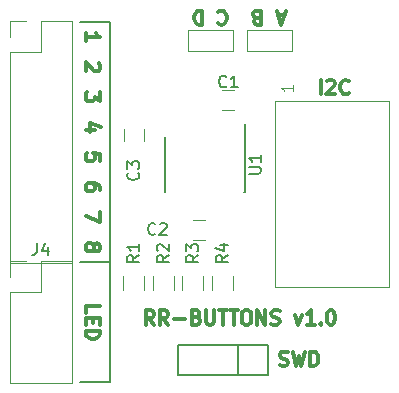
<source format=gbr>
G04 #@! TF.FileFunction,Legend,Top*
%FSLAX46Y46*%
G04 Gerber Fmt 4.6, Leading zero omitted, Abs format (unit mm)*
G04 Created by KiCad (PCBNEW 4.0.7-e2-6376~58~ubuntu16.04.1) date Mon Jan  7 01:20:08 2019*
%MOMM*%
%LPD*%
G01*
G04 APERTURE LIST*
%ADD10C,0.100000*%
%ADD11C,0.200000*%
%ADD12C,0.300000*%
%ADD13C,0.120000*%
%ADD14C,0.150000*%
G04 APERTURE END LIST*
D10*
D11*
X171450000Y-121920000D02*
X168910000Y-121920000D01*
X171450000Y-111760000D02*
X171450000Y-121920000D01*
X171450000Y-111760000D02*
X168910000Y-111760000D01*
X171450000Y-91440000D02*
X171450000Y-111760000D01*
X168910000Y-91440000D02*
X171450000Y-91440000D01*
D12*
X169437143Y-116068572D02*
X169437143Y-115497143D01*
X170637143Y-115497143D01*
X170065714Y-116468572D02*
X170065714Y-116868572D01*
X169437143Y-117040001D02*
X169437143Y-116468572D01*
X170637143Y-116468572D01*
X170637143Y-117040001D01*
X169437143Y-117554286D02*
X170637143Y-117554286D01*
X170637143Y-117840001D01*
X170580000Y-118011429D01*
X170465714Y-118125715D01*
X170351429Y-118182858D01*
X170122857Y-118240001D01*
X169951429Y-118240001D01*
X169722857Y-118182858D01*
X169608571Y-118125715D01*
X169494286Y-118011429D01*
X169437143Y-117840001D01*
X169437143Y-117554286D01*
X170122857Y-110375715D02*
X170180000Y-110261429D01*
X170237143Y-110204286D01*
X170351429Y-110147143D01*
X170408571Y-110147143D01*
X170522857Y-110204286D01*
X170580000Y-110261429D01*
X170637143Y-110375715D01*
X170637143Y-110604286D01*
X170580000Y-110718572D01*
X170522857Y-110775715D01*
X170408571Y-110832858D01*
X170351429Y-110832858D01*
X170237143Y-110775715D01*
X170180000Y-110718572D01*
X170122857Y-110604286D01*
X170122857Y-110375715D01*
X170065714Y-110261429D01*
X170008571Y-110204286D01*
X169894286Y-110147143D01*
X169665714Y-110147143D01*
X169551429Y-110204286D01*
X169494286Y-110261429D01*
X169437143Y-110375715D01*
X169437143Y-110604286D01*
X169494286Y-110718572D01*
X169551429Y-110775715D01*
X169665714Y-110832858D01*
X169894286Y-110832858D01*
X170008571Y-110775715D01*
X170065714Y-110718572D01*
X170122857Y-110604286D01*
X170637143Y-107550001D02*
X170637143Y-108350001D01*
X169437143Y-107835715D01*
X170637143Y-105638572D02*
X170637143Y-105410001D01*
X170580000Y-105295715D01*
X170522857Y-105238572D01*
X170351429Y-105124286D01*
X170122857Y-105067143D01*
X169665714Y-105067143D01*
X169551429Y-105124286D01*
X169494286Y-105181429D01*
X169437143Y-105295715D01*
X169437143Y-105524286D01*
X169494286Y-105638572D01*
X169551429Y-105695715D01*
X169665714Y-105752858D01*
X169951429Y-105752858D01*
X170065714Y-105695715D01*
X170122857Y-105638572D01*
X170180000Y-105524286D01*
X170180000Y-105295715D01*
X170122857Y-105181429D01*
X170065714Y-105124286D01*
X169951429Y-105067143D01*
X170637143Y-103155715D02*
X170637143Y-102584286D01*
X170065714Y-102527143D01*
X170122857Y-102584286D01*
X170180000Y-102698572D01*
X170180000Y-102984286D01*
X170122857Y-103098572D01*
X170065714Y-103155715D01*
X169951429Y-103212858D01*
X169665714Y-103212858D01*
X169551429Y-103155715D01*
X169494286Y-103098572D01*
X169437143Y-102984286D01*
X169437143Y-102698572D01*
X169494286Y-102584286D01*
X169551429Y-102527143D01*
X170237143Y-100558572D02*
X169437143Y-100558572D01*
X170694286Y-100272858D02*
X169837143Y-99987143D01*
X169837143Y-100730001D01*
X170637143Y-97390001D02*
X170637143Y-98132858D01*
X170180000Y-97732858D01*
X170180000Y-97904286D01*
X170122857Y-98018572D01*
X170065714Y-98075715D01*
X169951429Y-98132858D01*
X169665714Y-98132858D01*
X169551429Y-98075715D01*
X169494286Y-98018572D01*
X169437143Y-97904286D01*
X169437143Y-97561429D01*
X169494286Y-97447143D01*
X169551429Y-97390001D01*
X170522857Y-94907143D02*
X170580000Y-94964286D01*
X170637143Y-95078572D01*
X170637143Y-95364286D01*
X170580000Y-95478572D01*
X170522857Y-95535715D01*
X170408571Y-95592858D01*
X170294286Y-95592858D01*
X170122857Y-95535715D01*
X169437143Y-94850001D01*
X169437143Y-95592858D01*
X169437143Y-93052858D02*
X169437143Y-92367143D01*
X169437143Y-92710001D02*
X170637143Y-92710001D01*
X170465714Y-92595715D01*
X170351429Y-92481429D01*
X170294286Y-92367143D01*
X175214286Y-117042857D02*
X174814286Y-116471429D01*
X174528571Y-117042857D02*
X174528571Y-115842857D01*
X174985714Y-115842857D01*
X175100000Y-115900000D01*
X175157143Y-115957143D01*
X175214286Y-116071429D01*
X175214286Y-116242857D01*
X175157143Y-116357143D01*
X175100000Y-116414286D01*
X174985714Y-116471429D01*
X174528571Y-116471429D01*
X176414286Y-117042857D02*
X176014286Y-116471429D01*
X175728571Y-117042857D02*
X175728571Y-115842857D01*
X176185714Y-115842857D01*
X176300000Y-115900000D01*
X176357143Y-115957143D01*
X176414286Y-116071429D01*
X176414286Y-116242857D01*
X176357143Y-116357143D01*
X176300000Y-116414286D01*
X176185714Y-116471429D01*
X175728571Y-116471429D01*
X176928571Y-116585714D02*
X177842857Y-116585714D01*
X178814285Y-116414286D02*
X178985714Y-116471429D01*
X179042857Y-116528571D01*
X179100000Y-116642857D01*
X179100000Y-116814286D01*
X179042857Y-116928571D01*
X178985714Y-116985714D01*
X178871428Y-117042857D01*
X178414285Y-117042857D01*
X178414285Y-115842857D01*
X178814285Y-115842857D01*
X178928571Y-115900000D01*
X178985714Y-115957143D01*
X179042857Y-116071429D01*
X179042857Y-116185714D01*
X178985714Y-116300000D01*
X178928571Y-116357143D01*
X178814285Y-116414286D01*
X178414285Y-116414286D01*
X179614285Y-115842857D02*
X179614285Y-116814286D01*
X179671428Y-116928571D01*
X179728571Y-116985714D01*
X179842857Y-117042857D01*
X180071428Y-117042857D01*
X180185714Y-116985714D01*
X180242857Y-116928571D01*
X180300000Y-116814286D01*
X180300000Y-115842857D01*
X180700000Y-115842857D02*
X181385714Y-115842857D01*
X181042857Y-117042857D02*
X181042857Y-115842857D01*
X181614286Y-115842857D02*
X182300000Y-115842857D01*
X181957143Y-117042857D02*
X181957143Y-115842857D01*
X182928572Y-115842857D02*
X183157143Y-115842857D01*
X183271429Y-115900000D01*
X183385715Y-116014286D01*
X183442857Y-116242857D01*
X183442857Y-116642857D01*
X183385715Y-116871429D01*
X183271429Y-116985714D01*
X183157143Y-117042857D01*
X182928572Y-117042857D01*
X182814286Y-116985714D01*
X182700000Y-116871429D01*
X182642857Y-116642857D01*
X182642857Y-116242857D01*
X182700000Y-116014286D01*
X182814286Y-115900000D01*
X182928572Y-115842857D01*
X183957143Y-117042857D02*
X183957143Y-115842857D01*
X184642858Y-117042857D01*
X184642858Y-115842857D01*
X185157143Y-116985714D02*
X185328572Y-117042857D01*
X185614286Y-117042857D01*
X185728572Y-116985714D01*
X185785715Y-116928571D01*
X185842858Y-116814286D01*
X185842858Y-116700000D01*
X185785715Y-116585714D01*
X185728572Y-116528571D01*
X185614286Y-116471429D01*
X185385715Y-116414286D01*
X185271429Y-116357143D01*
X185214286Y-116300000D01*
X185157143Y-116185714D01*
X185157143Y-116071429D01*
X185214286Y-115957143D01*
X185271429Y-115900000D01*
X185385715Y-115842857D01*
X185671429Y-115842857D01*
X185842858Y-115900000D01*
X187157144Y-116242857D02*
X187442858Y-117042857D01*
X187728572Y-116242857D01*
X188814287Y-117042857D02*
X188128572Y-117042857D01*
X188471430Y-117042857D02*
X188471430Y-115842857D01*
X188357144Y-116014286D01*
X188242858Y-116128571D01*
X188128572Y-116185714D01*
X189328572Y-116928571D02*
X189385715Y-116985714D01*
X189328572Y-117042857D01*
X189271429Y-116985714D01*
X189328572Y-116928571D01*
X189328572Y-117042857D01*
X190128573Y-115842857D02*
X190242858Y-115842857D01*
X190357144Y-115900000D01*
X190414287Y-115957143D01*
X190471430Y-116071429D01*
X190528573Y-116300000D01*
X190528573Y-116585714D01*
X190471430Y-116814286D01*
X190414287Y-116928571D01*
X190357144Y-116985714D01*
X190242858Y-117042857D01*
X190128573Y-117042857D01*
X190014287Y-116985714D01*
X189957144Y-116928571D01*
X189900001Y-116814286D01*
X189842858Y-116585714D01*
X189842858Y-116300000D01*
X189900001Y-116071429D01*
X189957144Y-115957143D01*
X190014287Y-115900000D01*
X190128573Y-115842857D01*
X189328571Y-97542857D02*
X189328571Y-96342857D01*
X189842857Y-96457143D02*
X189900000Y-96400000D01*
X190014286Y-96342857D01*
X190300000Y-96342857D01*
X190414286Y-96400000D01*
X190471429Y-96457143D01*
X190528572Y-96571429D01*
X190528572Y-96685714D01*
X190471429Y-96857143D01*
X189785715Y-97542857D01*
X190528572Y-97542857D01*
X191728572Y-97428571D02*
X191671429Y-97485714D01*
X191500000Y-97542857D01*
X191385714Y-97542857D01*
X191214286Y-97485714D01*
X191100000Y-97371429D01*
X191042857Y-97257143D01*
X190985714Y-97028571D01*
X190985714Y-96857143D01*
X191042857Y-96628571D01*
X191100000Y-96514286D01*
X191214286Y-96400000D01*
X191385714Y-96342857D01*
X191500000Y-96342857D01*
X191671429Y-96400000D01*
X191728572Y-96457143D01*
X185871428Y-120485714D02*
X186042857Y-120542857D01*
X186328571Y-120542857D01*
X186442857Y-120485714D01*
X186500000Y-120428571D01*
X186557143Y-120314286D01*
X186557143Y-120200000D01*
X186500000Y-120085714D01*
X186442857Y-120028571D01*
X186328571Y-119971429D01*
X186100000Y-119914286D01*
X185985714Y-119857143D01*
X185928571Y-119800000D01*
X185871428Y-119685714D01*
X185871428Y-119571429D01*
X185928571Y-119457143D01*
X185985714Y-119400000D01*
X186100000Y-119342857D01*
X186385714Y-119342857D01*
X186557143Y-119400000D01*
X186957143Y-119342857D02*
X187242857Y-120542857D01*
X187471428Y-119685714D01*
X187700000Y-120542857D01*
X187985714Y-119342857D01*
X188442857Y-120542857D02*
X188442857Y-119342857D01*
X188728572Y-119342857D01*
X188900000Y-119400000D01*
X189014286Y-119514286D01*
X189071429Y-119628571D01*
X189128572Y-119857143D01*
X189128572Y-120028571D01*
X189071429Y-120257143D01*
X189014286Y-120371429D01*
X188900000Y-120485714D01*
X188728572Y-120542857D01*
X188442857Y-120542857D01*
X179314286Y-90457143D02*
X179314286Y-91657143D01*
X179028571Y-91657143D01*
X178857143Y-91600000D01*
X178742857Y-91485714D01*
X178685714Y-91371429D01*
X178628571Y-91142857D01*
X178628571Y-90971429D01*
X178685714Y-90742857D01*
X178742857Y-90628571D01*
X178857143Y-90514286D01*
X179028571Y-90457143D01*
X179314286Y-90457143D01*
X180628571Y-90571429D02*
X180685714Y-90514286D01*
X180857143Y-90457143D01*
X180971429Y-90457143D01*
X181142857Y-90514286D01*
X181257143Y-90628571D01*
X181314286Y-90742857D01*
X181371429Y-90971429D01*
X181371429Y-91142857D01*
X181314286Y-91371429D01*
X181257143Y-91485714D01*
X181142857Y-91600000D01*
X180971429Y-91657143D01*
X180857143Y-91657143D01*
X180685714Y-91600000D01*
X180628571Y-91542857D01*
X183914286Y-91085714D02*
X183742857Y-91028571D01*
X183685714Y-90971429D01*
X183628571Y-90857143D01*
X183628571Y-90685714D01*
X183685714Y-90571429D01*
X183742857Y-90514286D01*
X183857143Y-90457143D01*
X184314286Y-90457143D01*
X184314286Y-91657143D01*
X183914286Y-91657143D01*
X183800000Y-91600000D01*
X183742857Y-91542857D01*
X183685714Y-91428571D01*
X183685714Y-91314286D01*
X183742857Y-91200000D01*
X183800000Y-91142857D01*
X183914286Y-91085714D01*
X184314286Y-91085714D01*
X186285714Y-90800000D02*
X185714285Y-90800000D01*
X186399999Y-90457143D02*
X185999999Y-91657143D01*
X185599999Y-90457143D01*
D13*
X182000000Y-97150000D02*
X181000000Y-97150000D01*
X181000000Y-98850000D02*
X182000000Y-98850000D01*
X178500000Y-109850000D02*
X179500000Y-109850000D01*
X179500000Y-108150000D02*
X178500000Y-108150000D01*
X174350000Y-101500000D02*
X174350000Y-100500000D01*
X172650000Y-100500000D02*
X172650000Y-101500000D01*
X186910000Y-92110000D02*
X183090000Y-92110000D01*
X183090000Y-92110000D02*
X183090000Y-93890000D01*
X183090000Y-93890000D02*
X186910000Y-93890000D01*
X186910000Y-92110000D02*
X186910000Y-93890000D01*
X181910000Y-92110000D02*
X178090000Y-92110000D01*
X178090000Y-92110000D02*
X178090000Y-93890000D01*
X178090000Y-93890000D02*
X181910000Y-93890000D01*
X181910000Y-92110000D02*
X181910000Y-93890000D01*
X163040000Y-111820000D02*
X168240000Y-111820000D01*
X163040000Y-93980000D02*
X163040000Y-111820000D01*
X168240000Y-91380000D02*
X168240000Y-111820000D01*
X163040000Y-93980000D02*
X165640000Y-93980000D01*
X165640000Y-93980000D02*
X165640000Y-91380000D01*
X165640000Y-91380000D02*
X168240000Y-91380000D01*
X163040000Y-92710000D02*
X163040000Y-91380000D01*
X163040000Y-91380000D02*
X164370000Y-91380000D01*
X163040000Y-121980000D02*
X168240000Y-121980000D01*
X163040000Y-114300000D02*
X163040000Y-121980000D01*
X168240000Y-111700000D02*
X168240000Y-121980000D01*
X163040000Y-114300000D02*
X165640000Y-114300000D01*
X165640000Y-114300000D02*
X165640000Y-111700000D01*
X165640000Y-111700000D02*
X168240000Y-111700000D01*
X163040000Y-113030000D02*
X163040000Y-111700000D01*
X163040000Y-111700000D02*
X164370000Y-111700000D01*
X174380000Y-112900000D02*
X174380000Y-114100000D01*
X172620000Y-114100000D02*
X172620000Y-112900000D01*
X176880000Y-112900000D02*
X176880000Y-114100000D01*
X175120000Y-114100000D02*
X175120000Y-112900000D01*
X179380000Y-112900000D02*
X179380000Y-114100000D01*
X177620000Y-114100000D02*
X177620000Y-112900000D01*
X181880000Y-112900000D02*
X181880000Y-114100000D01*
X180120000Y-114100000D02*
X180120000Y-112900000D01*
D14*
X182950000Y-105825000D02*
X182850000Y-105825000D01*
X176125000Y-105825000D02*
X176150000Y-105825000D01*
X176125000Y-101175000D02*
X176150000Y-101175000D01*
X182950000Y-100100000D02*
X182950000Y-105825000D01*
X176125000Y-101175000D02*
X176125000Y-105825000D01*
D13*
X195070000Y-98130000D02*
X195070000Y-113870000D01*
X195070000Y-113870000D02*
X185470000Y-113870000D01*
X185470000Y-113870000D02*
X185470000Y-98130000D01*
X185470000Y-98130000D02*
X195070000Y-98130000D01*
D14*
X182310000Y-121270000D02*
X182310000Y-118730000D01*
X184850000Y-121270000D02*
X177230000Y-121270000D01*
X177230000Y-121270000D02*
X177230000Y-118730000D01*
X177230000Y-118730000D02*
X184850000Y-118730000D01*
X184850000Y-118730000D02*
X184850000Y-121270000D01*
X181333334Y-96857143D02*
X181285715Y-96904762D01*
X181142858Y-96952381D01*
X181047620Y-96952381D01*
X180904762Y-96904762D01*
X180809524Y-96809524D01*
X180761905Y-96714286D01*
X180714286Y-96523810D01*
X180714286Y-96380952D01*
X180761905Y-96190476D01*
X180809524Y-96095238D01*
X180904762Y-96000000D01*
X181047620Y-95952381D01*
X181142858Y-95952381D01*
X181285715Y-96000000D01*
X181333334Y-96047619D01*
X182285715Y-96952381D02*
X181714286Y-96952381D01*
X182000000Y-96952381D02*
X182000000Y-95952381D01*
X181904762Y-96095238D01*
X181809524Y-96190476D01*
X181714286Y-96238095D01*
X175333334Y-109357143D02*
X175285715Y-109404762D01*
X175142858Y-109452381D01*
X175047620Y-109452381D01*
X174904762Y-109404762D01*
X174809524Y-109309524D01*
X174761905Y-109214286D01*
X174714286Y-109023810D01*
X174714286Y-108880952D01*
X174761905Y-108690476D01*
X174809524Y-108595238D01*
X174904762Y-108500000D01*
X175047620Y-108452381D01*
X175142858Y-108452381D01*
X175285715Y-108500000D01*
X175333334Y-108547619D01*
X175714286Y-108547619D02*
X175761905Y-108500000D01*
X175857143Y-108452381D01*
X176095239Y-108452381D01*
X176190477Y-108500000D01*
X176238096Y-108547619D01*
X176285715Y-108642857D01*
X176285715Y-108738095D01*
X176238096Y-108880952D01*
X175666667Y-109452381D01*
X176285715Y-109452381D01*
X173857143Y-104166666D02*
X173904762Y-104214285D01*
X173952381Y-104357142D01*
X173952381Y-104452380D01*
X173904762Y-104595238D01*
X173809524Y-104690476D01*
X173714286Y-104738095D01*
X173523810Y-104785714D01*
X173380952Y-104785714D01*
X173190476Y-104738095D01*
X173095238Y-104690476D01*
X173000000Y-104595238D01*
X172952381Y-104452380D01*
X172952381Y-104357142D01*
X173000000Y-104214285D01*
X173047619Y-104166666D01*
X172952381Y-103833333D02*
X172952381Y-103214285D01*
X173333333Y-103547619D01*
X173333333Y-103404761D01*
X173380952Y-103309523D01*
X173428571Y-103261904D01*
X173523810Y-103214285D01*
X173761905Y-103214285D01*
X173857143Y-103261904D01*
X173904762Y-103309523D01*
X173952381Y-103404761D01*
X173952381Y-103690476D01*
X173904762Y-103785714D01*
X173857143Y-103833333D01*
X165306667Y-110152381D02*
X165306667Y-110866667D01*
X165259047Y-111009524D01*
X165163809Y-111104762D01*
X165020952Y-111152381D01*
X164925714Y-111152381D01*
X166211429Y-110485714D02*
X166211429Y-111152381D01*
X165973333Y-110104762D02*
X165735238Y-110819048D01*
X166354286Y-110819048D01*
X173952381Y-111166666D02*
X173476190Y-111500000D01*
X173952381Y-111738095D02*
X172952381Y-111738095D01*
X172952381Y-111357142D01*
X173000000Y-111261904D01*
X173047619Y-111214285D01*
X173142857Y-111166666D01*
X173285714Y-111166666D01*
X173380952Y-111214285D01*
X173428571Y-111261904D01*
X173476190Y-111357142D01*
X173476190Y-111738095D01*
X173952381Y-110214285D02*
X173952381Y-110785714D01*
X173952381Y-110500000D02*
X172952381Y-110500000D01*
X173095238Y-110595238D01*
X173190476Y-110690476D01*
X173238095Y-110785714D01*
X176452381Y-111166666D02*
X175976190Y-111500000D01*
X176452381Y-111738095D02*
X175452381Y-111738095D01*
X175452381Y-111357142D01*
X175500000Y-111261904D01*
X175547619Y-111214285D01*
X175642857Y-111166666D01*
X175785714Y-111166666D01*
X175880952Y-111214285D01*
X175928571Y-111261904D01*
X175976190Y-111357142D01*
X175976190Y-111738095D01*
X175547619Y-110785714D02*
X175500000Y-110738095D01*
X175452381Y-110642857D01*
X175452381Y-110404761D01*
X175500000Y-110309523D01*
X175547619Y-110261904D01*
X175642857Y-110214285D01*
X175738095Y-110214285D01*
X175880952Y-110261904D01*
X176452381Y-110833333D01*
X176452381Y-110214285D01*
X178952381Y-111166666D02*
X178476190Y-111500000D01*
X178952381Y-111738095D02*
X177952381Y-111738095D01*
X177952381Y-111357142D01*
X178000000Y-111261904D01*
X178047619Y-111214285D01*
X178142857Y-111166666D01*
X178285714Y-111166666D01*
X178380952Y-111214285D01*
X178428571Y-111261904D01*
X178476190Y-111357142D01*
X178476190Y-111738095D01*
X177952381Y-110833333D02*
X177952381Y-110214285D01*
X178333333Y-110547619D01*
X178333333Y-110404761D01*
X178380952Y-110309523D01*
X178428571Y-110261904D01*
X178523810Y-110214285D01*
X178761905Y-110214285D01*
X178857143Y-110261904D01*
X178904762Y-110309523D01*
X178952381Y-110404761D01*
X178952381Y-110690476D01*
X178904762Y-110785714D01*
X178857143Y-110833333D01*
X181452381Y-111166666D02*
X180976190Y-111500000D01*
X181452381Y-111738095D02*
X180452381Y-111738095D01*
X180452381Y-111357142D01*
X180500000Y-111261904D01*
X180547619Y-111214285D01*
X180642857Y-111166666D01*
X180785714Y-111166666D01*
X180880952Y-111214285D01*
X180928571Y-111261904D01*
X180976190Y-111357142D01*
X180976190Y-111738095D01*
X180785714Y-110309523D02*
X181452381Y-110309523D01*
X180404762Y-110547619D02*
X181119048Y-110785714D01*
X181119048Y-110166666D01*
X183252381Y-104261905D02*
X184061905Y-104261905D01*
X184157143Y-104214286D01*
X184204762Y-104166667D01*
X184252381Y-104071429D01*
X184252381Y-103880952D01*
X184204762Y-103785714D01*
X184157143Y-103738095D01*
X184061905Y-103690476D01*
X183252381Y-103690476D01*
X184252381Y-102690476D02*
X184252381Y-103261905D01*
X184252381Y-102976191D02*
X183252381Y-102976191D01*
X183395238Y-103071429D01*
X183490476Y-103166667D01*
X183538095Y-103261905D01*
D13*
X186952381Y-96714285D02*
X186952381Y-97285714D01*
X186952381Y-97000000D02*
X185952381Y-97000000D01*
X186095238Y-97095238D01*
X186190476Y-97190476D01*
X186238095Y-97285714D01*
M02*

</source>
